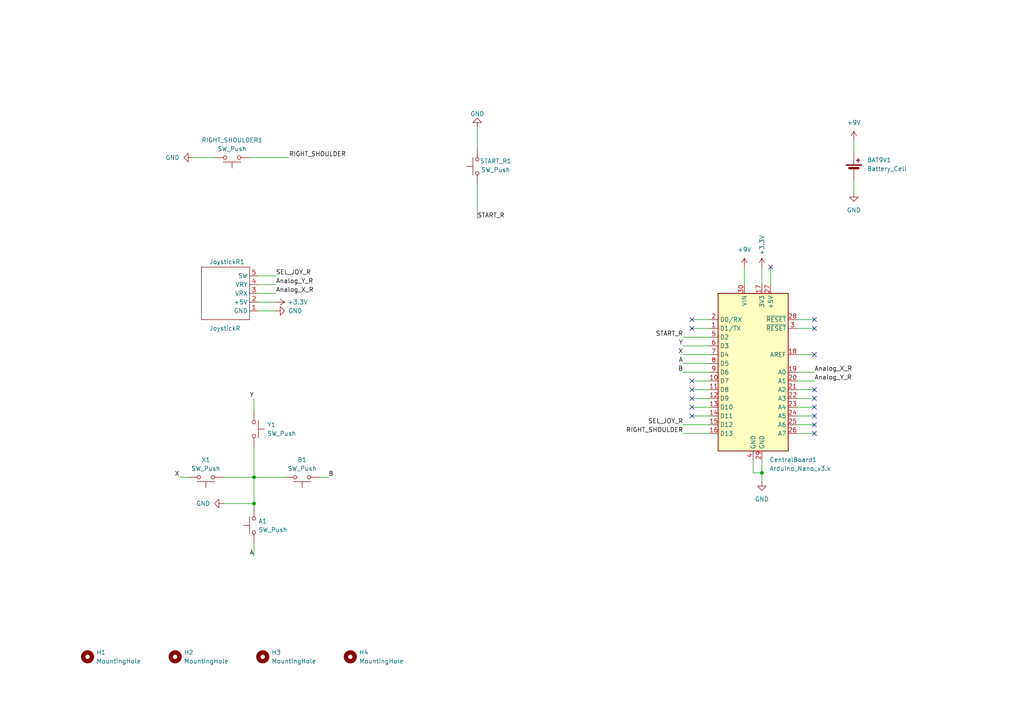
<source format=kicad_sch>
(kicad_sch (version 20231120) (generator "eeschema") (generator_version "8.0")
  (paper "A4")
  (title_block (title "Right Bluetooth Controller PCB") (date "2024-05-08") (rev "V01") (company "Instituto Superior Técnico") (comment 4 "Author: João Duarte"))
  (lib_symbols
    (symbol "Device:Battery_Cell" (pin_numbers hide) (pin_names (offset 0) hide)
      (property "Reference" "BT" (at 2.54 2.54 0))
      (property "Value" "Battery_Cell" (at 2.54 0 0))
      (symbol "Battery_Cell_0_1"
        (rectangle (start -2.286 1.778) (end 2.286 1.524) (fill (type outline)))
        (rectangle (start -1.524 1.016) (end 1.524 0.508) (fill (type outline)))
        (polyline (pts (xy 0 0.762) (xy 0 0)))
        (polyline (pts (xy 0 1.778) (xy 0 2.54)))
        (polyline (pts (xy 0.762 3.048) (xy 1.778 3.048)) (stroke (width 0.254)))
        (polyline (pts (xy 1.27 3.556) (xy 1.27 2.54)) (stroke (width 0.254)))
      )
      (symbol "Battery_Cell_1_1"
        (pin passive line (at 0 5.08 270) (length 2.54) (name "+") (number "1"))
        (pin passive line (at 0 -2.54 90) (length 2.54) (name "-") (number "2"))
      )
    )
    (symbol "Joystick:Joystick"
      (property "Reference" "U" (at -0.762 9.144 0))
      (symbol "Joystick_0_1"
        (rectangle (start -7.62 7.62) (end 6.35 -7.62))
      )
      (symbol "Joystick_1_1"
        (pin input line (at -10.16 5.08 0) (length 2.54) (name "GND") (number "1"))
        (pin input line (at -10.16 2.54 0) (length 2.54) (name "+5V") (number "2"))
        (pin output line (at -10.16 0 0) (length 2.54) (name "VRX") (number "3"))
        (pin output line (at -10.16 -2.54 0) (length 2.54) (name "VRY") (number "4"))
        (pin output line (at -10.16 -5.08 0) (length 2.54) (name "SW") (number "5"))
      )
    )
    (symbol "MCU_Module:Arduino_Nano_v3.x"
      (property "Reference" "A" (at -10.16 23.495 0))
      (property "Value" "Arduino_Nano_v3.x" (at 5.08 -24.13 0))
      (symbol "Arduino_Nano_v3.x_0_1"
        (rectangle (start -10.16 22.86) (end 10.16 -22.86) (stroke (width 0.254)) (fill (type background)))
      )
      (symbol "Arduino_Nano_v3.x_1_1"
        (pin bidirectional line (at -12.7 12.7 0) (length 2.54) (name "D1/TX") (number "1"))
        (pin bidirectional line (at -12.7 -2.54 0) (length 2.54) (name "D7") (number "10"))
        (pin bidirectional line (at -12.7 -5.08 0) (length 2.54) (name "D8") (number "11"))
        (pin bidirectional line (at -12.7 -7.62 0) (length 2.54) (name "D9") (number "12"))
        (pin bidirectional line (at -12.7 -10.16 0) (length 2.54) (name "D10") (number "13"))
        (pin bidirectional line (at -12.7 -12.7 0) (length 2.54) (name "D11") (number "14"))
        (pin bidirectional line (at -12.7 -15.24 0) (length 2.54) (name "D12") (number "15"))
        (pin bidirectional line (at -12.7 -17.78 0) (length 2.54) (name "D13") (number "16"))
        (pin power_out line (at 2.54 25.4 270) (length 2.54) (name "3V3") (number "17"))
        (pin input line (at 12.7 5.08 180) (length 2.54) (name "AREF") (number "18"))
        (pin bidirectional line (at 12.7 0 180) (length 2.54) (name "A0") (number "19"))
        (pin bidirectional line (at -12.7 15.24 0) (length 2.54) (name "D0/RX") (number "2"))
        (pin bidirectional line (at 12.7 -2.54 180) (length 2.54) (name "A1") (number "20"))
        (pin bidirectional line (at 12.7 -5.08 180) (length 2.54) (name "A2") (number "21"))
        (pin bidirectional line (at 12.7 -7.62 180) (length 2.54) (name "A3") (number "22"))
        (pin bidirectional line (at 12.7 -10.16 180) (length 2.54) (name "A4") (number "23"))
        (pin bidirectional line (at 12.7 -12.7 180) (length 2.54) (name "A5") (number "24"))
        (pin bidirectional line (at 12.7 -15.24 180) (length 2.54) (name "A6") (number "25"))
        (pin bidirectional line (at 12.7 -17.78 180) (length 2.54) (name "A7") (number "26"))
        (pin power_out line (at 5.08 25.4 270) (length 2.54) (name "+5V") (number "27"))
        (pin input line (at 12.7 15.24 180) (length 2.54) (name "~{RESET}") (number "28"))
        (pin power_in line (at 2.54 -25.4 90) (length 2.54) (name "GND") (number "29"))
        (pin input line (at 12.7 12.7 180) (length 2.54) (name "~{RESET}") (number "3"))
        (pin power_in line (at -2.54 25.4 270) (length 2.54) (name "VIN") (number "30"))
        (pin power_in line (at 0 -25.4 90) (length 2.54) (name "GND") (number "4"))
        (pin bidirectional line (at -12.7 10.16 0) (length 2.54) (name "D2") (number "5"))
        (pin bidirectional line (at -12.7 7.62 0) (length 2.54) (name "D3") (number "6"))
        (pin bidirectional line (at -12.7 5.08 0) (length 2.54) (name "D4") (number "7"))
        (pin bidirectional line (at -12.7 2.54 0) (length 2.54) (name "D5") (number "8"))
        (pin bidirectional line (at -12.7 0 0) (length 2.54) (name "D6") (number "9"))
      )
    )
    (symbol "Mechanical:MountingHole" (pin_names (offset 1.016)) (exclude_from_sim yes) (in_bom no)
      (property "Reference" "H" (at 0 5.08 0))
      (property "Value" "MountingHole" (at 0 3.175 0))
      (symbol "MountingHole_0_1"
        (circle (center 0 0) (radius 1.27) (stroke (width 1.27)))
      )
    )
    (symbol "Switch:SW_Push" (pin_numbers hide) (pin_names (offset 1.016) hide)
      (property "Reference" "SW" (at 1.27 2.54 0))
      (property "Value" "SW_Push" (at 0 -1.524 0))
      (symbol "SW_Push_0_1"
        (circle (center -2.032 0) (radius 0.508))
        (polyline (pts (xy 0 1.27) (xy 0 3.048)))
        (polyline (pts (xy 2.54 1.27) (xy -2.54 1.27)))
        (circle (center 2.032 0) (radius 0.508))
        (pin passive line (at -5.08 0 0) (length 2.54) (name "1") (number "1"))
        (pin passive line (at 5.08 0 180) (length 2.54) (name "2") (number "2"))
      )
    )
    (symbol "power:+3.3V" (power) (pin_numbers hide) (pin_names (offset 0) hide)
      (property "Value" "+3.3V" (at 0 3.556 0))
      (symbol "+3.3V_0_1"
        (polyline (pts (xy -0.762 1.27) (xy 0 2.54)))
        (polyline (pts (xy 0 0) (xy 0 2.54)))
        (polyline (pts (xy 0 2.54) (xy 0.762 1.27)))
      )
      (symbol "+3.3V_1_1"
        (pin power_in line (at 0 0 90) (length 0) (name "~") (number "1"))
      )
    )
    (symbol "power:+9V" (power) (pin_numbers hide) (pin_names (offset 0) hide)
      (property "Value" "+9V" (at 0 3.556 0))
      (symbol "+9V_0_1"
        (polyline (pts (xy -0.762 1.27) (xy 0 2.54)))
        (polyline (pts (xy 0 0) (xy 0 2.54)))
        (polyline (pts (xy 0 2.54) (xy 0.762 1.27)))
      )
      (symbol "+9V_1_1"
        (pin power_in line (at 0 0 90) (length 0) (name "~") (number "1"))
      )
    )
    (symbol "power:GND" (power) (pin_numbers hide) (pin_names (offset 0) hide)
      (property "Value" "GND" (at 0 -3.81 0))
      (symbol "GND_0_1"
        (polyline (pts (xy 0 0) (xy 0 -1.27) (xy 1.27 -1.27) (xy 0 -2.54) (xy -1.27 -1.27) (xy 0 -1.27)))
      )
      (symbol "GND_1_1"
        (pin power_in line (at 0 0 270) (length 0) (name "~") (number "1"))
      )
    )
  )
  (junction (at 220.98 137.16))
  (junction (at 73.66 138.43))
  (junction (at 73.66 146.05))
  (no_connect (at 223.52 77.47))
  (no_connect (at 200.66 115.57))
  (no_connect (at 236.22 123.19))
  (no_connect (at 236.22 125.73))
  (no_connect (at 200.66 118.11))
  (no_connect (at 236.22 92.71))
  (no_connect (at 200.66 95.25))
  (no_connect (at 236.22 120.65))
  (no_connect (at 236.22 113.03))
  (no_connect (at 236.22 118.11))
  (no_connect (at 236.22 102.87))
  (no_connect (at 236.22 115.57))
  (no_connect (at 200.66 92.71))
  (no_connect (at 200.66 113.03))
  (no_connect (at 200.66 120.65))
  (no_connect (at 200.66 110.49))
  (no_connect (at 236.22 95.25))
  (wire (pts (xy 80.01 82.55) (xy 74.93 82.55)))
  (wire (pts (xy 218.44 133.35) (xy 218.44 137.16)))
  (wire (pts (xy 73.66 157.48) (xy 73.66 161.29)))
  (wire (pts (xy 231.14 125.73) (xy 236.22 125.73)))
  (wire (pts (xy 205.74 92.71) (xy 200.66 92.71)))
  (wire (pts (xy 231.14 92.71) (xy 236.22 92.71)))
  (wire (pts (xy 200.66 120.65) (xy 205.74 120.65)))
  (wire (pts (xy 236.22 123.19) (xy 231.14 123.19)))
  (wire (pts (xy 231.14 115.57) (xy 236.22 115.57)))
  (wire (pts (xy 74.93 90.17) (xy 80.01 90.17)))
  (wire (pts (xy 231.14 120.65) (xy 236.22 120.65)))
  (wire (pts (xy 64.77 138.43) (xy 73.66 138.43)))
  (wire (pts (xy 205.74 95.25) (xy 200.66 95.25)))
  (wire (pts (xy 198.12 123.19) (xy 205.74 123.19)))
  (wire (pts (xy 231.14 95.25) (xy 236.22 95.25)))
  (wire (pts (xy 198.12 107.95) (xy 205.74 107.95)))
  (wire (pts (xy 73.66 129.54) (xy 73.66 138.43)))
  (wire (pts (xy 198.12 105.41) (xy 205.74 105.41)))
  (wire (pts (xy 198.12 102.87) (xy 205.74 102.87)))
  (wire (pts (xy 52.07 138.43) (xy 54.61 138.43)))
  (wire (pts (xy 231.14 110.49) (xy 236.22 110.49)))
  (wire (pts (xy 198.12 125.73) (xy 205.74 125.73)))
  (wire (pts (xy 231.14 107.95) (xy 236.22 107.95)))
  (wire (pts (xy 200.66 113.03) (xy 205.74 113.03)))
  (wire (pts (xy 247.65 52.07) (xy 247.65 55.88)))
  (wire (pts (xy 73.66 115.57) (xy 73.66 119.38)))
  (wire (pts (xy 72.39 45.72) (xy 83.82 45.72)))
  (wire (pts (xy 231.14 102.87) (xy 236.22 102.87)))
  (wire (pts (xy 73.66 138.43) (xy 82.55 138.43)))
  (wire (pts (xy 138.43 36.83) (xy 138.43 43.18)))
  (wire (pts (xy 220.98 133.35) (xy 220.98 137.16)))
  (wire (pts (xy 200.66 115.57) (xy 205.74 115.57)))
  (wire (pts (xy 73.66 146.05) (xy 73.66 147.32)))
  (wire (pts (xy 220.98 77.47) (xy 220.98 82.55)))
  (wire (pts (xy 138.43 53.34) (xy 138.43 63.5)))
  (wire (pts (xy 55.88 45.72) (xy 62.23 45.72)))
  (wire (pts (xy 247.65 40.64) (xy 247.65 44.45)))
  (wire (pts (xy 74.93 87.63) (xy 80.01 87.63)))
  (wire (pts (xy 200.66 110.49) (xy 205.74 110.49)))
  (wire (pts (xy 223.52 82.55) (xy 223.52 77.47)))
  (wire (pts (xy 92.71 138.43) (xy 95.25 138.43)))
  (wire (pts (xy 218.44 137.16) (xy 220.98 137.16)))
  (wire (pts (xy 64.77 146.05) (xy 73.66 146.05)))
  (wire (pts (xy 231.14 113.03) (xy 236.22 113.03)))
  (wire (pts (xy 73.66 138.43) (xy 73.66 146.05)))
  (wire (pts (xy 220.98 137.16) (xy 220.98 139.7)))
  (wire (pts (xy 80.01 85.09) (xy 74.93 85.09)))
  (wire (pts (xy 198.12 97.79) (xy 205.74 97.79)))
  (wire (pts (xy 200.66 118.11) (xy 205.74 118.11)))
  (wire (pts (xy 74.93 80.01) (xy 80.01 80.01)))
  (wire (pts (xy 231.14 118.11) (xy 236.22 118.11)))
  (wire (pts (xy 198.12 100.33) (xy 205.74 100.33)))
  (wire (pts (xy 215.9 82.55) (xy 215.9 77.47)))
  (label "B" (at 198.12 107.95 180))
  (label "Analog_X_R" (at 80.01 85.09 0))
  (label "START_R" (at 198.12 97.79 180))
  (label "Analog_Y_R" (at 80.01 82.55 0))
  (label "A" (at 73.66 161.29 180))
  (label "Analog_Y_R" (at 236.22 110.49 0))
  (label "B" (at 95.25 138.43 0))
  (label "SEL_JOY_R" (at 80.01 80.01 0))
  (label "X" (at 52.07 138.43 180))
  (label "Analog_X_R" (at 236.22 107.95 0))
  (label "Y" (at 73.66 115.57 180))
  (label "SEL_JOY_R" (at 198.12 123.19 180))
  (label "RIGHT_SHOULDER" (at 83.82 45.72 0))
  (label "X" (at 198.12 102.87 180))
  (label "Y" (at 198.12 100.33 180))
  (label "START_R" (at 138.43 63.5 0))
  (label "A" (at 198.12 105.41 180))
  (label "RIGHT_SHOULDER" (at 198.12 125.73 180))
  (symbol (lib_id "Mechanical:MountingHole") (at 101.6 190.5 0) (unit 1) (exclude_from_sim yes) (in_bom no)
    (property "Reference" "H4" (at 104.14 189.2299 0) (effects (justify left)))
    (property "Value" "MountingHole" (at 104.14 191.7699 0) (effects (justify left)))
    (property "Footprint" "MountingHole:MountingHole_3.2mm_M3" (effects (hide yes)))
    (property "Description" "Mounting Hole without connection" (effects (hide yes)))
  )
  (symbol (lib_id "power:GND") (at 138.43 36.83 180) (unit 1)
    (property "Reference" "#PWR09" (effects (hide yes)))
    (property "Value" "GND" (at 136.398 33.02 0) (effects (justify right)))
    (property "Description" "Power symbol creates a global label with name \"GND\" , ground" (effects (hide yes)))
  )
  (symbol (lib_id "power:GND") (at 64.77 146.05 270) (unit 1)
    (property "Reference" "#PWR02" (effects (hide yes)))
    (property "Value" "GND" (at 60.96 146.0499 90) (effects (justify right)))
    (property "Description" "Power symbol creates a global label with name \"GND\" , ground" (effects (hide yes)))
  )
  (symbol (lib_id "power:+9V") (at 215.9 77.47 0) (unit 1)
    (property "Reference" "#PWR03" (effects (hide yes)))
    (property "Value" "+9V" (at 215.9 72.39 0))
    (property "Description" "Power symbol creates a global label with name \"+9V\"" (effects (hide yes)))
  )
  (symbol (lib_id "Switch:SW_Push") (at 73.66 124.46 270) (unit 1)
    (property "Reference" "Y1" (at 77.47 123.1899 90) (effects (justify left)))
    (property "Value" "SW_Push" (at 77.47 125.7299 90) (effects (justify left)))
    (property "Footprint" "Button_Switch_THT:SW_PUSH_6mm" (effects (hide yes)))
    (property "Datasheet" "https://www.sunrom.com/download/434.pdf" (effects (hide yes)))
    (property "Description" "Push button switch, generic, two pins" (effects (hide yes)))
  )
  (symbol (lib_id "Switch:SW_Push") (at 138.43 48.26 90) (unit 1)
    (property "Reference" "START_R1" (at 143.764 46.736 90))
    (property "Value" "SW_Push" (at 143.764 49.276 90))
    (property "Footprint" "Button_Switch_THT:SW_PUSH_6mm" (effects (hide yes)))
    (property "Datasheet" "https://www.sunrom.com/download/434.pdf" (effects (hide yes)))
    (property "Description" "Push button switch, generic, two pins" (effects (hide yes)))
  )
  (symbol (lib_id "Switch:SW_Push") (at 73.66 152.4 90) (unit 1)
    (property "Reference" "A1" (at 74.93 151.1299 90) (effects (justify right)))
    (property "Value" "SW_Push" (at 74.93 153.6699 90) (effects (justify right)))
    (property "Footprint" "Button_Switch_THT:SW_PUSH_6mm" (effects (hide yes)))
    (property "Datasheet" "https://www.sunrom.com/download/434.pdf" (effects (hide yes)))
    (property "Description" "Push button switch, generic, two pins" (effects (hide yes)))
  )
  (symbol (lib_id "Mechanical:MountingHole") (at 25.4 190.5 0) (unit 1) (exclude_from_sim yes) (in_bom no)
    (property "Reference" "H1" (at 27.94 189.2299 0) (effects (justify left)))
    (property "Value" "MountingHole" (at 27.94 191.7699 0) (effects (justify left)))
    (property "Footprint" "MountingHole:MountingHole_3.2mm_M3" (effects (hide yes)))
    (property "Description" "Mounting Hole without connection" (effects (hide yes)))
  )
  (symbol (lib_id "power:+3.3V") (at 80.01 87.63 270) (unit 1)
    (property "Reference" "#PWR07" (effects (hide yes)))
    (property "Value" "+3.3V" (at 86.36 87.63 90))
    (property "Description" "Power symbol creates a global label with name \"+3.3V\"" (effects (hide yes)))
  )
  (symbol (lib_id "Switch:SW_Push") (at 59.69 138.43 180) (unit 1)
    (property "Reference" "X1" (at 59.69 133.35 0))
    (property "Value" "SW_Push" (at 59.69 135.89 0))
    (property "Footprint" "Button_Switch_THT:SW_PUSH_6mm" (effects (hide yes)))
    (property "Datasheet" "https://www.sunrom.com/download/434.pdf" (effects (hide yes)))
    (property "Description" "Push button switch, generic, two pins" (effects (hide yes)))
  )
  (symbol (lib_id "power:GND") (at 55.88 45.72 270) (unit 1)
    (property "Reference" "#PWR04" (effects (hide yes)))
    (property "Value" "GND" (at 52.07 45.7199 90) (effects (justify right)))
    (property "Description" "Power symbol creates a global label with name \"GND\" , ground" (effects (hide yes)))
  )
  (symbol (lib_id "Switch:SW_Push") (at 87.63 138.43 180) (unit 1)
    (property "Reference" "B1" (at 87.63 133.35 0))
    (property "Value" "SW_Push" (at 87.63 135.89 0))
    (property "Footprint" "Button_Switch_THT:SW_PUSH_6mm" (effects (hide yes)))
    (property "Datasheet" "https://www.sunrom.com/download/434.pdf" (effects (hide yes)))
    (property "Description" "Push button switch, generic, two pins" (effects (hide yes)))
  )
  (symbol (lib_id "Switch:SW_Push") (at 67.31 45.72 180) (unit 1)
    (property "Reference" "RIGHT_SHOULDER1" (at 67.31 40.64 0))
    (property "Value" "SW_Push" (at 67.31 43.18 0))
    (property "Footprint" "Button_Switch_THT:SW_PUSH_6mm" (effects (hide yes)))
    (property "Datasheet" "https://www.sunrom.com/download/434.pdf" (effects (hide yes)))
    (property "Description" "Push button switch, generic, two pins" (effects (hide yes)))
  )
  (symbol (lib_id "Mechanical:MountingHole") (at 50.8 190.5 0) (unit 1) (exclude_from_sim yes) (in_bom no)
    (property "Reference" "H2" (at 53.34 189.2299 0) (effects (justify left)))
    (property "Value" "MountingHole" (at 53.34 191.7699 0) (effects (justify left)))
    (property "Footprint" "MountingHole:MountingHole_3.2mm_M3" (effects (hide yes)))
    (property "Description" "Mounting Hole without connection" (effects (hide yes)))
  )
  (symbol (lib_id "power:GND") (at 80.01 90.17 90) (unit 1)
    (property "Reference" "#PWR06" (effects (hide yes)))
    (property "Value" "GND" (at 83.566 90.17 90) (effects (justify right)))
    (property "Description" "Power symbol creates a global label with name \"GND\" , ground" (effects (hide yes)))
  )
  (symbol (lib_id "Joystick:Joystick") (at 64.77 85.09 180) (unit 1)
    (property "Reference" "JoystickR1" (at 60.706 75.946 0) (effects (justify right)))
    (property "Value" "JoystickR" (at 60.706 95.25 0) (effects (justify right)))
    (property "Footprint" "Controller:Joystick" (effects (hide yes)))
    (property "Datasheet" "https://datasheetspdf.com/pdf-down/K/Y/-/KY-023-Joy-IT.pdf" (effects (hide yes)))
  )
  (symbol (lib_id "Mechanical:MountingHole") (at 76.2 190.5 0) (unit 1) (exclude_from_sim yes) (in_bom no)
    (property "Reference" "H3" (at 78.74 189.2299 0) (effects (justify left)))
    (property "Value" "MountingHole" (at 78.74 191.7699 0) (effects (justify left)))
    (property "Footprint" "MountingHole:MountingHole_3.2mm_M3" (effects (hide yes)))
    (property "Description" "Mounting Hole without connection" (effects (hide yes)))
  )
  (symbol (lib_id "power:GND") (at 220.98 139.7 0) (unit 1)
    (property "Reference" "#PWR01" (effects (hide yes)))
    (property "Value" "GND" (at 220.98 144.78 0))
    (property "Description" "Power symbol creates a global label with name \"GND\" , ground" (effects (hide yes)))
  )
  (symbol (lib_id "power:+3.3V") (at 220.98 77.47 0) (unit 1)
    (property "Reference" "#PWR010" (effects (hide yes)))
    (property "Value" "+3.3V" (at 220.98 71.12 90))
    (property "Description" "Power symbol creates a global label with name \"+3.3V\"" (effects (hide yes)))
  )
  (symbol (lib_id "power:+9V") (at 247.65 40.64 0) (unit 1)
    (property "Reference" "#PWR08" (effects (hide yes)))
    (property "Value" "+9V" (at 247.65 35.56 0))
    (property "Description" "Power symbol creates a global label with name \"+9V\"" (effects (hide yes)))
  )
  (symbol (lib_id "MCU_Module:Arduino_Nano_v3.x") (at 218.44 107.95 0) (unit 1)
    (property "Reference" "CentralBoard1" (at 223.1741 133.35 0) (effects (justify left)))
    (property "Value" "Arduino_Nano_v3.x" (at 223.1741 135.89 0) (effects (justify left)))
    (property "Footprint" "Module:Arduino_Nano" (effects (hide yes)))
    (property "Datasheet" "https://docs.arduino.cc/resources/datasheets/ABX00083-datasheet.pdf" (effects (hide yes)))
    (property "Description" "Arduino Nano v3.x" (effects (hide yes)))
  )
  (symbol (lib_id "Device:Battery_Cell") (at 247.65 49.53 0) (unit 1)
    (property "Reference" "BAT9V1" (at 251.46 46.4184 0) (effects (justify left)))
    (property "Value" "Battery_Cell" (at 251.46 48.9584 0) (effects (justify left)))
    (property "Footprint" "Battery:BatteryHolder_MPD_BA9VPC_1xPP3" (effects (hide yes)))
    (property "Datasheet" "https://data.energizer.com/pdfs/522.pdf" (effects (hide yes)))
    (property "Description" "Single-cell battery" (effects (hide yes)))
  )
  (symbol (lib_id "power:GND") (at 247.65 55.88 0) (unit 1)
    (property "Reference" "#PWR05" (effects (hide yes)))
    (property "Value" "GND" (at 247.65 60.96 0))
    (property "Description" "Power symbol creates a global label with name \"GND\" , ground" (effects (hide yes)))
  )
)
</source>
